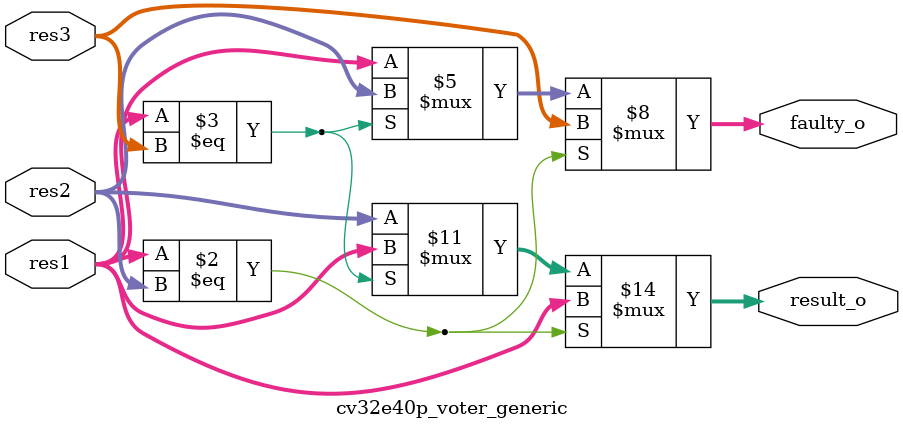
<source format=sv>
module cv32e40p_voter_generic
#(
    parameter WIDTH = 32
)
(
    input logic [WIDTH-1:0] res1,
    input logic [WIDTH-1:0] res2,
    input logic [WIDTH-1:0] res3,

	output logic [WIDTH-1:0] result_o,
    output logic [WIDTH-1:0] faulty_o
);

    // behavioral implementation
    always_comb begin
        if (res1 == res2) begin
            result_o <= res1;
            faulty_o <= res3;
        end
        else if (res1 == res3 ) begin
            result_o <= res1;
            faulty_o <= res2;
		end
        else begin 
            result_o <= res2;
            faulty_o <= res1;
        end
    end
endmodule


</source>
